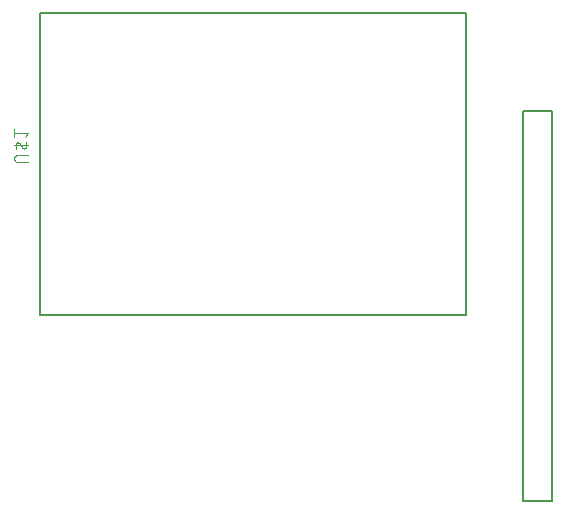
<source format=gbr>
G04 EAGLE Gerber RS-274X export*
G75*
%MOMM*%
%FSLAX34Y34*%
%LPD*%
%INSilkscreen Bottom*%
%IPPOS*%
%AMOC8*
5,1,8,0,0,1.08239X$1,22.5*%
G01*
%ADD10C,0.127000*%
%ADD11C,0.101600*%


D10*
X329005Y768325D02*
X689005Y768325D01*
X689005Y512325D01*
X329005Y512325D01*
X329005Y768325D01*
D11*
X318497Y641609D02*
X310059Y641609D01*
X310059Y641608D02*
X309946Y641610D01*
X309833Y641616D01*
X309720Y641626D01*
X309607Y641640D01*
X309495Y641657D01*
X309384Y641679D01*
X309274Y641704D01*
X309164Y641734D01*
X309056Y641767D01*
X308949Y641804D01*
X308843Y641844D01*
X308739Y641889D01*
X308636Y641937D01*
X308535Y641988D01*
X308436Y642043D01*
X308339Y642101D01*
X308244Y642163D01*
X308151Y642228D01*
X308061Y642296D01*
X307973Y642367D01*
X307887Y642442D01*
X307804Y642519D01*
X307724Y642599D01*
X307647Y642682D01*
X307572Y642768D01*
X307501Y642856D01*
X307433Y642946D01*
X307368Y643039D01*
X307306Y643134D01*
X307248Y643231D01*
X307193Y643330D01*
X307142Y643431D01*
X307094Y643534D01*
X307049Y643638D01*
X307009Y643744D01*
X306972Y643851D01*
X306939Y643959D01*
X306909Y644069D01*
X306884Y644179D01*
X306862Y644290D01*
X306845Y644402D01*
X306831Y644515D01*
X306821Y644628D01*
X306815Y644741D01*
X306813Y644854D01*
X306815Y644967D01*
X306821Y645080D01*
X306831Y645193D01*
X306845Y645306D01*
X306862Y645418D01*
X306884Y645529D01*
X306909Y645639D01*
X306939Y645749D01*
X306972Y645857D01*
X307009Y645964D01*
X307049Y646070D01*
X307094Y646174D01*
X307142Y646277D01*
X307193Y646378D01*
X307248Y646477D01*
X307306Y646574D01*
X307368Y646669D01*
X307433Y646762D01*
X307501Y646852D01*
X307572Y646940D01*
X307647Y647026D01*
X307724Y647109D01*
X307804Y647189D01*
X307887Y647266D01*
X307973Y647341D01*
X308061Y647412D01*
X308151Y647480D01*
X308244Y647545D01*
X308339Y647607D01*
X308436Y647665D01*
X308535Y647720D01*
X308636Y647771D01*
X308739Y647819D01*
X308843Y647864D01*
X308949Y647904D01*
X309056Y647941D01*
X309164Y647974D01*
X309274Y648004D01*
X309384Y648029D01*
X309495Y648051D01*
X309607Y648068D01*
X309720Y648082D01*
X309833Y648092D01*
X309946Y648098D01*
X310059Y648100D01*
X318497Y648100D01*
X318497Y655903D02*
X306813Y655903D01*
X312655Y655903D02*
X313629Y654280D01*
X313628Y654280D02*
X313675Y654207D01*
X313724Y654136D01*
X313777Y654066D01*
X313833Y654000D01*
X313892Y653936D01*
X313953Y653874D01*
X314017Y653816D01*
X314084Y653760D01*
X314153Y653708D01*
X314225Y653658D01*
X314299Y653612D01*
X314374Y653569D01*
X314452Y653530D01*
X314531Y653494D01*
X314612Y653462D01*
X314694Y653433D01*
X314777Y653408D01*
X314861Y653387D01*
X314946Y653370D01*
X315032Y653356D01*
X315118Y653347D01*
X315205Y653341D01*
X315292Y653339D01*
X315379Y653341D01*
X315466Y653347D01*
X315552Y653357D01*
X315638Y653370D01*
X315723Y653388D01*
X315807Y653409D01*
X315890Y653434D01*
X315973Y653463D01*
X316053Y653495D01*
X316132Y653531D01*
X316210Y653570D01*
X316285Y653613D01*
X316359Y653660D01*
X316430Y653709D01*
X316500Y653762D01*
X316566Y653817D01*
X316630Y653876D01*
X316692Y653937D01*
X316751Y654002D01*
X316806Y654068D01*
X316859Y654137D01*
X316909Y654209D01*
X316955Y654282D01*
X316998Y654358D01*
X317037Y654435D01*
X317073Y654514D01*
X317106Y654595D01*
X317134Y654677D01*
X317160Y654760D01*
X317181Y654844D01*
X317198Y654930D01*
X317199Y654930D02*
X317223Y655070D01*
X317243Y655212D01*
X317259Y655353D01*
X317270Y655495D01*
X317278Y655638D01*
X317282Y655780D01*
X317283Y655923D01*
X317279Y656066D01*
X317271Y656208D01*
X317259Y656350D01*
X317243Y656492D01*
X317224Y656633D01*
X317200Y656774D01*
X317173Y656914D01*
X317141Y657053D01*
X317106Y657191D01*
X317067Y657329D01*
X317024Y657465D01*
X316978Y657599D01*
X316927Y657733D01*
X316874Y657865D01*
X316816Y657995D01*
X316755Y658124D01*
X316690Y658251D01*
X316622Y658377D01*
X316550Y658500D01*
X312655Y655903D02*
X311681Y657526D01*
X311682Y657526D02*
X311635Y657599D01*
X311586Y657670D01*
X311533Y657740D01*
X311477Y657806D01*
X311418Y657870D01*
X311357Y657932D01*
X311293Y657990D01*
X311226Y658046D01*
X311157Y658098D01*
X311085Y658148D01*
X311011Y658194D01*
X310936Y658237D01*
X310858Y658276D01*
X310779Y658312D01*
X310698Y658344D01*
X310616Y658373D01*
X310533Y658398D01*
X310449Y658419D01*
X310364Y658436D01*
X310278Y658450D01*
X310192Y658459D01*
X310105Y658465D01*
X310018Y658467D01*
X309931Y658465D01*
X309844Y658459D01*
X309758Y658449D01*
X309672Y658436D01*
X309587Y658418D01*
X309503Y658397D01*
X309420Y658372D01*
X309337Y658343D01*
X309257Y658311D01*
X309178Y658275D01*
X309100Y658236D01*
X309025Y658193D01*
X308951Y658146D01*
X308880Y658097D01*
X308810Y658044D01*
X308744Y657989D01*
X308680Y657930D01*
X308618Y657869D01*
X308559Y657804D01*
X308504Y657738D01*
X308451Y657669D01*
X308401Y657597D01*
X308355Y657524D01*
X308312Y657448D01*
X308273Y657371D01*
X308237Y657292D01*
X308204Y657211D01*
X308176Y657129D01*
X308150Y657046D01*
X308129Y656962D01*
X308112Y656877D01*
X308111Y656876D02*
X308087Y656736D01*
X308067Y656594D01*
X308051Y656453D01*
X308040Y656311D01*
X308032Y656168D01*
X308028Y656026D01*
X308027Y655883D01*
X308031Y655740D01*
X308039Y655598D01*
X308051Y655456D01*
X308067Y655314D01*
X308086Y655173D01*
X308110Y655032D01*
X308137Y654892D01*
X308169Y654753D01*
X308204Y654615D01*
X308243Y654477D01*
X308286Y654341D01*
X308332Y654207D01*
X308383Y654073D01*
X308436Y653941D01*
X308494Y653811D01*
X308555Y653682D01*
X308620Y653555D01*
X308688Y653429D01*
X308760Y653306D01*
X315901Y663326D02*
X318497Y666571D01*
X306813Y666571D01*
X306813Y663326D02*
X306813Y669817D01*
D10*
X737500Y354900D02*
X762500Y354900D01*
X762500Y685100D02*
X737500Y685100D01*
X737500Y354900D01*
X762500Y354900D02*
X762500Y685100D01*
M02*

</source>
